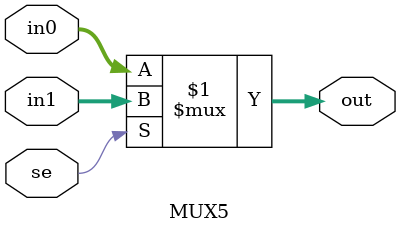
<source format=v>
module MUX5(in0, in1, se, out);
  input [4:0] in0, in1;
  input se;
  output [4:0] out;
  assign out = (se) ? in1: in0;
endmodule

</source>
